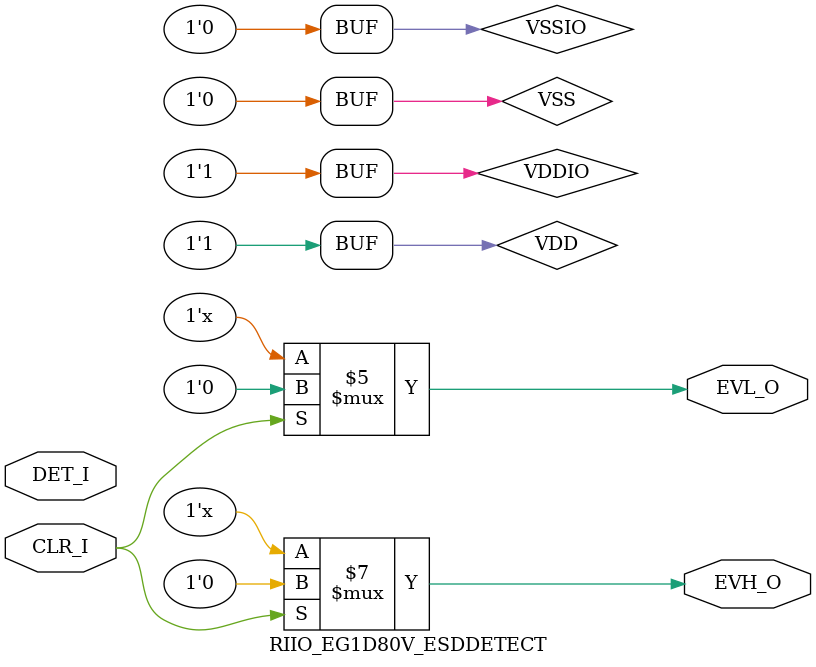
<source format=v>
`celldefine
module RIIO_EG1D80V_ESDDETECT(
		  CLR_I
		, DET_I
		, EVH_O
		, EVL_O
`ifdef USE_PG_PIN
		, VDD
		, VDDIO
		, VSS
		, VSSIO
`endif// USE_PG_PIN
);

input           
`ifdef USE_PG_PIN
`ifdef USE_AMS_EXTENSION
`ifdef INCA
(*
  integer supplySensitivity = "VDD";
  integer groundSensitivity = "VSS";
*)
`endif//INCA
`endif//USE_AMS_EXTENSION
`endif//USE_PG_PIN
  CLR_I;

input           
`ifdef USE_PG_PIN
`ifdef USE_AMS_EXTENSION
`ifdef INCA
(*
  integer supplySensitivity = "VDDIO";
  integer groundSensitivity = "VSSIO";
*)
`endif//INCA
`endif//USE_AMS_EXTENSION
`endif//USE_PG_PIN
  DET_I;

output          
`ifdef USE_PG_PIN
`ifdef USE_AMS_EXTENSION
`ifdef INCA
(*
  integer supplySensitivity = "VDD";
  integer groundSensitivity = "VSS";
*)
`endif//INCA
`endif//USE_AMS_EXTENSION
`endif//USE_PG_PIN
  EVH_O;

output          
`ifdef USE_PG_PIN
`ifdef USE_AMS_EXTENSION
`ifdef INCA
(*
  integer supplySensitivity = "VDD";
  integer groundSensitivity = "VSS";
*)
`endif//INCA
`endif//USE_AMS_EXTENSION
`endif//USE_PG_PIN
  EVL_O;


`ifdef USE_PG_PIN
inout           
`ifdef USE_AMS_EXTENSION
`ifdef INCA
(*
  integer inh_conn_prop_name = "vdd";
  integer inh_conn_def_value = "cds_globals.\\VDD! ";
*)
`endif//INCA
`endif//USE_AMS_EXTENSION
  VDD;

inout           
`ifdef USE_AMS_EXTENSION
`ifdef INCA
(*
  integer inh_conn_prop_name = "vddio";
  integer inh_conn_def_value = "cds_globals.\\VDDIO! ";
*)
`endif//INCA
`endif//USE_AMS_EXTENSION
  VDDIO;

inout           
`ifdef USE_AMS_EXTENSION
`ifdef INCA
(*
  integer inh_conn_prop_name = "vss";
  integer inh_conn_def_value = "cds_globals.\\VSS! ";
*)
`endif//INCA
`endif//USE_AMS_EXTENSION
  VSS;

inout           
`ifdef USE_AMS_EXTENSION
`ifdef INCA
(*
  integer inh_conn_prop_name = "vssio";
  integer inh_conn_def_value = "cds_globals.\\VSSIO! ";
*)
`endif//INCA
`endif//USE_AMS_EXTENSION
  VSSIO;
`else// !USE_PG_PIN

wire   VDD;
assign VDD = 1'b1;

wire   VDDIO;
assign VDDIO = 1'b1;

wire   VSS;
assign VSS = 1'b0;

wire   VSSIO;
assign VSSIO = 1'b0;

`endif// USE_PG_PIN

reg EVH_O, EVL_O;

// start with invalid latch content
initial begin
    EVH_O <= 1'bX;
    EVL_O <= 1'bX;
end

// clear latches
always @( CLR_I ) begin
  if( CLR_I==1'b1 ) begin
    EVH_O <= 0;
    EVL_O <= 0;
  end
end

 // nothing to trigger as we cannot check the voltage on logic level
always @( DET_I  ) begin
end


specify
	specparam CDS_LIBNAME  = "rilib_gf22fdx_io_EG1d80V_extra";
	specparam CDS_CELLNAME = "RIIO_EG1D80V_ESDDETECT";
	specparam CDS_VIEWNAME = "schematic";
endspecify

endmodule
`endcelldefine

</source>
